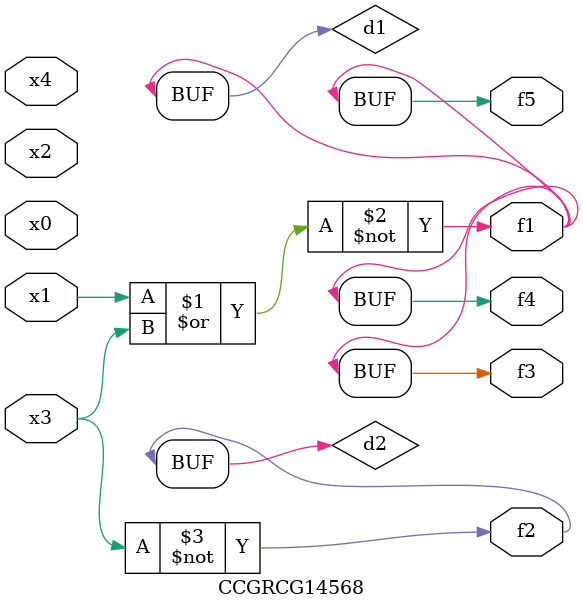
<source format=v>
module CCGRCG14568(
	input x0, x1, x2, x3, x4,
	output f1, f2, f3, f4, f5
);

	wire d1, d2;

	nor (d1, x1, x3);
	not (d2, x3);
	assign f1 = d1;
	assign f2 = d2;
	assign f3 = d1;
	assign f4 = d1;
	assign f5 = d1;
endmodule

</source>
